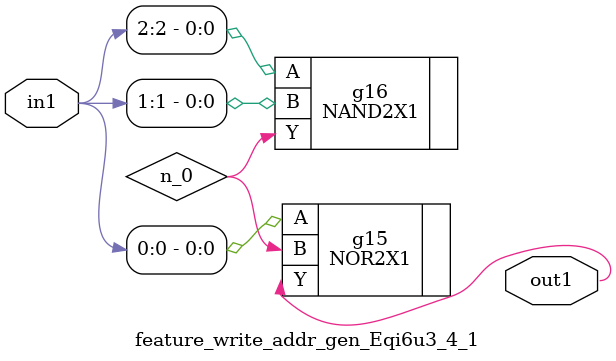
<source format=v>
`timescale 1ps / 1ps


module feature_write_addr_gen_Eqi6u3_4_1(in1, out1);
  input [2:0] in1;
  output out1;
  wire [2:0] in1;
  wire out1;
  wire n_0;
  NOR2X1 g15(.A (in1[0]), .B (n_0), .Y (out1));
  NAND2X1 g16(.A (in1[2]), .B (in1[1]), .Y (n_0));
endmodule



</source>
